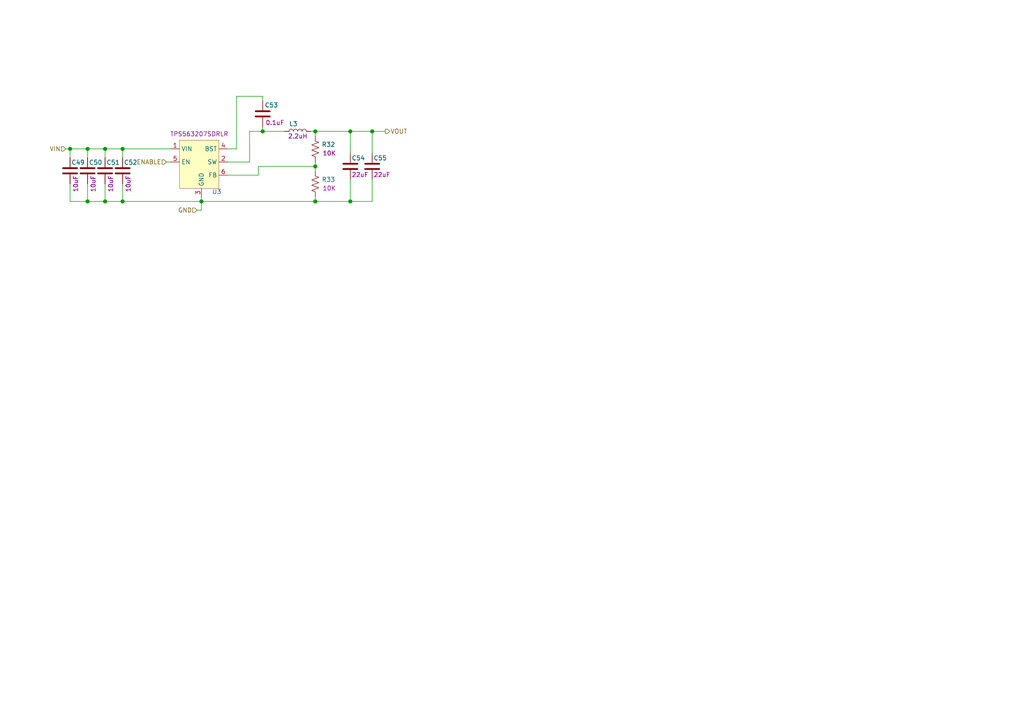
<source format=kicad_sch>
(kicad_sch (version 20210606) (generator eeschema)
  (paper "A4")
  (lib_symbols
    (symbol "mte_usb_hub:74405042022" (pin_numbers hide) (pin_names (offset 1.016) hide)
      (property "Reference" "L" (at -1.27 -1.27 90))
      (property "id" "2.2uH" (at 2.54 0 90))
      (symbol "74405042022_0_1"
        (arc (start 0 -2.54) (end 0 -1.27) (radius (at 0 -1.905) (length 0.635) (angles -89.9 89.9)))
        (arc (start 0 -1.27) (end 0 0) (radius (at 0 -0.635) (length 0.635) (angles -89.9 89.9)))
        (arc (start 0 0) (end 0 1.27) (radius (at 0 0.635) (length 0.635) (angles -89.9 89.9)))
        (arc (start 0 1.27) (end 0 2.54) (radius (at 0 1.905) (length 0.635) (angles -89.9 89.9)))
      )
      (symbol "74405042022_1_1"
        (pin passive line (at 0 3.81 270) (length 1.27) (name "1") (number "1"))
        (pin passive line (at 0 -3.81 90) (length 1.27) (name "2") (number "2"))
      )
    )
    (symbol "mte_usb_hub:CC0402KRX5R7BB104" (pin_numbers hide) (pin_names (offset 0.254))
      (property "Reference" "C" (at 0.635 2.54 0))
      (property "id" "0.1uF" (at -3.81 2.54 0))
      (symbol "CC0402KRX5R7BB104_0_1"
        (polyline (pts (xy -2.032 -0.762) (xy 2.032 -0.762)) (stroke (width 0.508)))
        (polyline (pts (xy -2.032 0.762) (xy 2.032 0.762)) (stroke (width 0.508)))
      )
      (symbol "CC0402KRX5R7BB104_1_1"
        (pin passive line (at 0 3.81 270) (length 2.794) (name "~") (number "1"))
        (pin passive line (at 0 -3.81 90) (length 2.794) (name "~") (number "2"))
      )
    )
    (symbol "mte_usb_hub:CL21A226MOCLRNC" (pin_numbers hide) (pin_names (offset 0.254))
      (property "Reference" "C" (at 0.635 2.54 0))
      (property "id" "22uF" (at -3.81 2.54 0))
      (symbol "CL21A226MOCLRNC_0_1"
        (polyline (pts (xy -2.032 -0.762) (xy 2.032 -0.762)) (stroke (width 0.508)))
        (polyline (pts (xy -2.032 0.762) (xy 2.032 0.762)) (stroke (width 0.508)))
      )
      (symbol "CL21A226MOCLRNC_1_1"
        (pin passive line (at 0 3.81 270) (length 2.794) (name "~") (number "1"))
        (pin passive line (at 0 -3.81 90) (length 2.794) (name "~") (number "2"))
      )
    )
    (symbol "mte_usb_hub:GRM31CR71E106KA12L" (pin_numbers hide) (pin_names (offset 0.254))
      (property "Reference" "C" (at 0.635 2.54 0))
      (property "id" "10uF" (at -3.81 2.54 0))
      (symbol "GRM31CR71E106KA12L_0_1"
        (polyline (pts (xy -2.032 -0.762) (xy 2.032 -0.762)) (stroke (width 0.508)))
        (polyline (pts (xy -2.032 0.762) (xy 2.032 0.762)) (stroke (width 0.508)))
      )
      (symbol "GRM31CR71E106KA12L_1_1"
        (pin passive line (at 0 3.81 270) (length 2.794) (name "~") (number "1"))
        (pin passive line (at 0 -3.81 90) (length 2.794) (name "~") (number "2"))
      )
    )
    (symbol "mte_usb_hub:RC0402JR-0710KL" (pin_numbers hide) (pin_names (offset 0))
      (property "Reference" "R" (at 2.54 0 90))
      (property "id" "10K" (at -2.54 0 90))
      (symbol "RC0402JR-0710KL_0_1"
        (polyline (pts (xy 0 -2.286) (xy 0 -2.54)))
        (polyline (pts (xy 0 2.286) (xy 0 2.54)))
        (polyline (pts (xy 0 -0.762) (xy 1.016 -1.143) (xy 0 -1.524) (xy -1.016 -1.905) (xy 0 -2.286)))
        (polyline (pts (xy 0 0.762) (xy 1.016 0.381) (xy 0 0) (xy -1.016 -0.381) (xy 0 -0.762)))
        (polyline (pts (xy 0 2.286) (xy 1.016 1.905) (xy 0 1.524) (xy -1.016 1.143) (xy 0 0.762)))
      )
      (symbol "RC0402JR-0710KL_1_1"
        (pin passive line (at 0 3.81 270) (length 1.27) (name "~") (number "1"))
        (pin passive line (at 0 -3.81 90) (length 1.27) (name "~") (number "2"))
      )
    )
    (symbol "mte_usb_hub:TPS563207SDRLR"
      (property "Reference" "U" (at 0 0 0))
      (property "id" "TPS563207SDRLR" (at 0 0 0))
      (symbol "TPS563207SDRLR_0_1"
        (rectangle (start -6.35 6.35) (end 5.08 -7.62) (stroke (width 0.001)) (fill (type background)))
      )
      (symbol "TPS563207SDRLR_1_1"
        (pin power_in line (at -8.89 3.81 0) (length 2.54) (name "VIN") (number "1"))
        (pin power_out line (at 7.62 0 180) (length 2.54) (name "SW") (number "2"))
        (pin power_in line (at 0 -10.16 90) (length 2.54) (name "GND") (number "3"))
        (pin output line (at 7.62 3.81 180) (length 2.54) (name "BST") (number "4"))
        (pin input line (at -8.89 0 0) (length 2.54) (name "EN") (number "5"))
        (pin input line (at 7.62 -3.81 180) (length 2.54) (name "FB") (number "6"))
      )
    )
  )
  (junction (at 20.32 43.18) (diameter 1.016))
  (junction (at 25.4 43.18) (diameter 1.016))
  (junction (at 25.4 58.42) (diameter 1.016))
  (junction (at 30.48 43.18) (diameter 1.016))
  (junction (at 30.48 58.42) (diameter 1.016))
  (junction (at 35.56 43.18) (diameter 1.016))
  (junction (at 35.56 58.42) (diameter 1.016))
  (junction (at 58.42 58.42) (diameter 1.016))
  (junction (at 76.2 38.1) (diameter 1.016))
  (junction (at 91.44 38.1) (diameter 1.016))
  (junction (at 91.44 48.26) (diameter 1.016))
  (junction (at 91.44 58.42) (diameter 1.016))
  (junction (at 101.6 38.1) (diameter 1.016))
  (junction (at 101.6 58.42) (diameter 1.016))
  (junction (at 107.95 38.1) (diameter 1.016))
  (wire (pts (xy 19.05 43.18) (xy 20.32 43.18)))
  (wire (pts (xy 20.32 43.18) (xy 25.4 43.18)))
  (wire (pts (xy 20.32 45.72) (xy 20.32 43.18)))
  (wire (pts (xy 20.32 53.34) (xy 20.32 58.42)))
  (wire (pts (xy 20.32 58.42) (xy 25.4 58.42)))
  (wire (pts (xy 25.4 43.18) (xy 30.48 43.18)))
  (wire (pts (xy 25.4 45.72) (xy 25.4 43.18)))
  (wire (pts (xy 25.4 53.34) (xy 25.4 58.42)))
  (wire (pts (xy 25.4 58.42) (xy 30.48 58.42)))
  (wire (pts (xy 30.48 43.18) (xy 35.56 43.18)))
  (wire (pts (xy 30.48 45.72) (xy 30.48 43.18)))
  (wire (pts (xy 30.48 53.34) (xy 30.48 58.42)))
  (wire (pts (xy 30.48 58.42) (xy 35.56 58.42)))
  (wire (pts (xy 35.56 43.18) (xy 49.53 43.18)))
  (wire (pts (xy 35.56 45.72) (xy 35.56 43.18)))
  (wire (pts (xy 35.56 53.34) (xy 35.56 58.42)))
  (wire (pts (xy 35.56 58.42) (xy 58.42 58.42)))
  (wire (pts (xy 48.26 46.99) (xy 49.53 46.99)))
  (wire (pts (xy 57.15 60.96) (xy 58.42 60.96)))
  (wire (pts (xy 58.42 57.15) (xy 58.42 58.42)))
  (wire (pts (xy 58.42 58.42) (xy 58.42 60.96)))
  (wire (pts (xy 58.42 58.42) (xy 91.44 58.42)))
  (wire (pts (xy 66.04 43.18) (xy 68.58 43.18)))
  (wire (pts (xy 66.04 46.99) (xy 72.39 46.99)))
  (wire (pts (xy 66.04 50.8) (xy 74.93 50.8)))
  (wire (pts (xy 68.58 27.94) (xy 68.58 43.18)))
  (wire (pts (xy 68.58 27.94) (xy 76.2 27.94)))
  (wire (pts (xy 72.39 38.1) (xy 76.2 38.1)))
  (wire (pts (xy 72.39 46.99) (xy 72.39 38.1)))
  (wire (pts (xy 74.93 48.26) (xy 91.44 48.26)))
  (wire (pts (xy 74.93 50.8) (xy 74.93 48.26)))
  (wire (pts (xy 76.2 27.94) (xy 76.2 29.21)))
  (wire (pts (xy 76.2 36.83) (xy 76.2 38.1)))
  (wire (pts (xy 76.2 38.1) (xy 82.55 38.1)))
  (wire (pts (xy 91.44 38.1) (xy 90.17 38.1)))
  (wire (pts (xy 91.44 39.37) (xy 91.44 38.1)))
  (wire (pts (xy 91.44 46.99) (xy 91.44 48.26)))
  (wire (pts (xy 91.44 48.26) (xy 91.44 49.53)))
  (wire (pts (xy 91.44 57.15) (xy 91.44 58.42)))
  (wire (pts (xy 101.6 38.1) (xy 91.44 38.1)))
  (wire (pts (xy 101.6 44.45) (xy 101.6 38.1)))
  (wire (pts (xy 101.6 52.07) (xy 101.6 58.42)))
  (wire (pts (xy 101.6 58.42) (xy 91.44 58.42)))
  (wire (pts (xy 107.95 38.1) (xy 101.6 38.1)))
  (wire (pts (xy 107.95 38.1) (xy 111.76 38.1)))
  (wire (pts (xy 107.95 44.45) (xy 107.95 38.1)))
  (wire (pts (xy 107.95 52.07) (xy 107.95 58.42)))
  (wire (pts (xy 107.95 58.42) (xy 101.6 58.42)))
  (hierarchical_label "VIN" (shape input) (at 19.05 43.18 180))
  (hierarchical_label "ENABLE" (shape input) (at 48.26 46.99 180))
  (hierarchical_label "GND" (shape input) (at 57.15 60.96 180))
  (hierarchical_label "VOUT" (shape output) (at 111.76 38.1 0))
  (symbol (lib_id "mte_usb_hub:74405042022") (at 86.36 38.1 90) (unit 1)
    (property "Reference" "L3" (at 85.09 35.9218 90))
    (property "Value" "74405042022" (effects hide))
    (property "Footprint" "mte_usb_footprints:INDM400X400X200L95X310N" (effects hide))
    (property "id" "2.2uH" (at 86.36 39.4905 90))
    (property "manf" "Würth Elektronik" (effects hide))
  )
  (symbol (lib_id "mte_usb_hub:RC0402JR-0710KL") (at 91.44 43.18 0) (unit 1)
    (property "Reference" "R32" (at 95.2692 41.91 0))
    (property "Value" "RC0402JR-0710KL" (effects hide))
    (property "Footprint" "mte_usb_footprints:RESISTOR_0402N" (effects hide))
    (property "Datasheet" "${MTE_LIB_DIR}/datasheets/PYu-RC_Group_51_RoHS_L_11.pdf" (effects hide))
    (property "id" "10K" (at 95.5105 44.45 0))
    (property "manf" "Yageo" (effects hide))
  )
  (symbol (lib_id "mte_usb_hub:RC0402JR-0710KL") (at 91.44 53.34 0) (unit 1)
    (property "Reference" "R33" (at 95.2692 52.07 0))
    (property "Value" "RC0402JR-0710KL" (effects hide))
    (property "Footprint" "mte_usb_footprints:RESISTOR_0402N" (effects hide))
    (property "Datasheet" "${MTE_LIB_DIR}/datasheets/PYu-RC_Group_51_RoHS_L_11.pdf" (effects hide))
    (property "id" "10K" (at 95.5105 54.61 0))
    (property "manf" "Yageo" (effects hide))
  )
  (symbol (lib_id "mte_usb_hub:GRM31CR71E106KA12L") (at 20.32 49.53 0) (unit 1)
    (property "Reference" "C49" (at 20.7011 47.1106 0) (effects (justify left)))
    (property "Value" "GRM31CR71E106KA12L" (effects hide))
    (property "Footprint" "mte_usb_footprints:CAPACITOR_1206N" (effects hide))
    (property "id" "10uF" (at 21.9711 55.7593 90) (effects (justify left)))
    (property "manf" "Murata Electronics" (effects hide))
  )
  (symbol (lib_id "mte_usb_hub:GRM31CR71E106KA12L") (at 25.4 49.53 0) (unit 1)
    (property "Reference" "C50" (at 25.7811 47.1106 0) (effects (justify left)))
    (property "Value" "GRM31CR71E106KA12L" (effects hide))
    (property "Footprint" "mte_usb_footprints:CAPACITOR_1206N" (effects hide))
    (property "id" "10uF" (at 27.0511 55.7593 90) (effects (justify left)))
    (property "manf" "Murata Electronics" (effects hide))
  )
  (symbol (lib_id "mte_usb_hub:GRM31CR71E106KA12L") (at 30.48 49.53 0) (unit 1)
    (property "Reference" "C51" (at 30.8611 47.1106 0) (effects (justify left)))
    (property "Value" "GRM31CR71E106KA12L" (effects hide))
    (property "Footprint" "mte_usb_footprints:CAPACITOR_1206N" (effects hide))
    (property "id" "10uF" (at 32.1311 55.7593 90) (effects (justify left)))
    (property "manf" "Murata Electronics" (effects hide))
  )
  (symbol (lib_id "mte_usb_hub:GRM31CR71E106KA12L") (at 35.56 49.53 0) (unit 1)
    (property "Reference" "C52" (at 35.9411 47.1106 0) (effects (justify left)))
    (property "Value" "GRM31CR71E106KA12L" (effects hide))
    (property "Footprint" "mte_usb_footprints:CAPACITOR_1206N" (effects hide))
    (property "id" "10uF" (at 37.2111 55.7593 90) (effects (justify left)))
    (property "manf" "Murata Electronics" (effects hide))
  )
  (symbol (lib_id "mte_usb_hub:CC0402KRX5R7BB104") (at 76.2 33.02 180) (unit 1)
    (property "Reference" "C53" (at 78.7208 30.48 0))
    (property "Value" "CC0402KRX5R7BB104" (effects hide))
    (property "Footprint" "mte_usb_footprints:CAPACITOR_0402N" (effects hide))
    (property "Datasheet" "${MTE_LIB_DIR}/datasheets/UPY-GP_NP0_16V-to-50V_18.pdf" (effects hide))
    (property "id" "0.1uF" (at 79.7495 35.56 0))
  )
  (symbol (lib_id "mte_usb_hub:CL21A226MOCLRNC") (at 101.6 48.26 0) (unit 1)
    (property "Reference" "C54" (at 101.9811 45.8406 0) (effects (justify left)))
    (property "Value" "CL21A226MOCLRNC" (effects hide))
    (property "Footprint" "mte_usb_footprints:CAPACITOR_0805N" (effects hide))
    (property "Datasheet" "${MTE_LIB_DIR}/datasheets/CL21A226MOCLRNC_Spec.pdf" (effects hide))
    (property "id" "22uF" (at 101.9811 50.6793 0) (effects (justify left)))
  )
  (symbol (lib_id "mte_usb_hub:CL21A226MOCLRNC") (at 107.95 48.26 0) (unit 1)
    (property "Reference" "C55" (at 108.3311 45.8406 0) (effects (justify left)))
    (property "Value" "CL21A226MOCLRNC" (effects hide))
    (property "Footprint" "mte_usb_footprints:CAPACITOR_0805N" (effects hide))
    (property "Datasheet" "${MTE_LIB_DIR}/datasheets/CL21A226MOCLRNC_Spec.pdf" (effects hide))
    (property "id" "22uF" (at 108.3311 50.6793 0) (effects (justify left)))
  )
  (symbol (lib_id "mte_usb_hub:TPS563207SDRLR") (at 58.42 46.99 0) (unit 1)
    (property "Reference" "U3" (at 62.865 55.6063 0))
    (property "Value" "TPS563207SDRLR" (effects hide))
    (property "Footprint" "mte_usb_footprints:SOL6P50_160X160X60L21N" (effects hide))
    (property "id" "TPS563207SDRLR" (at 57.785 38.855 0))
    (property "manf" "Texas Instruments" (effects hide))
  )
)
</source>
